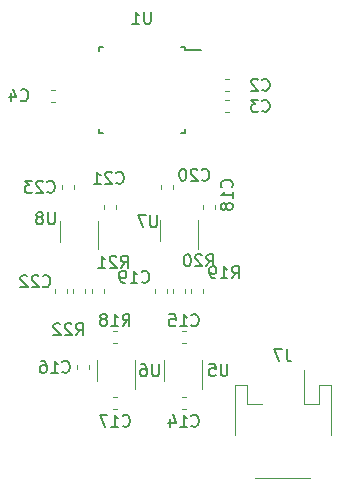
<source format=gbo>
G04 #@! TF.GenerationSoftware,KiCad,Pcbnew,(5.1.4)-1*
G04 #@! TF.CreationDate,2019-11-01T10:34:41-04:00*
G04 #@! TF.ProjectId,wiproc,77697072-6f63-42e6-9b69-6361645f7063,rev?*
G04 #@! TF.SameCoordinates,Original*
G04 #@! TF.FileFunction,Legend,Bot*
G04 #@! TF.FilePolarity,Positive*
%FSLAX46Y46*%
G04 Gerber Fmt 4.6, Leading zero omitted, Abs format (unit mm)*
G04 Created by KiCad (PCBNEW (5.1.4)-1) date 2019-11-01 10:34:41*
%MOMM*%
%LPD*%
G04 APERTURE LIST*
%ADD10C,0.150000*%
%ADD11C,0.120000*%
G04 APERTURE END LIST*
D10*
X140785000Y-74832000D02*
X142210000Y-74832000D01*
X133535000Y-74607000D02*
X133860000Y-74607000D01*
X133535000Y-81857000D02*
X133860000Y-81857000D01*
X140785000Y-81857000D02*
X140460000Y-81857000D01*
X140785000Y-74607000D02*
X140460000Y-74607000D01*
X140785000Y-81857000D02*
X140785000Y-81532000D01*
X133535000Y-81857000D02*
X133535000Y-81532000D01*
X133535000Y-74607000D02*
X133535000Y-74932000D01*
X140785000Y-74607000D02*
X140785000Y-74832000D01*
D11*
X133474100Y-89295400D02*
X133474100Y-91745400D01*
X130254100Y-91095400D02*
X130254100Y-89295400D01*
X130401600Y-86658267D02*
X130401600Y-86315733D01*
X131421600Y-86658267D02*
X131421600Y-86315733D01*
X130837400Y-95078733D02*
X130837400Y-95421267D01*
X129817400Y-95078733D02*
X129817400Y-95421267D01*
X141349000Y-95421267D02*
X141349000Y-95078733D01*
X142369000Y-95421267D02*
X142369000Y-95078733D01*
X132374100Y-95078733D02*
X132374100Y-95421267D01*
X131354100Y-95078733D02*
X131354100Y-95421267D01*
X133983000Y-88309267D02*
X133983000Y-87966733D01*
X135003000Y-88309267D02*
X135003000Y-87966733D01*
X151438000Y-111063000D02*
X146758000Y-111063000D01*
X146058000Y-104843000D02*
X147338000Y-104843000D01*
X146058000Y-103243000D02*
X146058000Y-104843000D01*
X145038000Y-103243000D02*
X146058000Y-103243000D01*
X145038000Y-107493000D02*
X145038000Y-103243000D01*
X150858000Y-104843000D02*
X150858000Y-101953000D01*
X152138000Y-104843000D02*
X150858000Y-104843000D01*
X152138000Y-103243000D02*
X152138000Y-104843000D01*
X153158000Y-103243000D02*
X152138000Y-103243000D01*
X153158000Y-107493000D02*
X153158000Y-103243000D01*
X141906900Y-89270000D02*
X141906900Y-91720000D01*
X138686900Y-91070000D02*
X138686900Y-89270000D01*
X136550000Y-101124000D02*
X136550000Y-103574000D01*
X133330000Y-102924000D02*
X133330000Y-101124000D01*
X142260000Y-101081000D02*
X142260000Y-103531000D01*
X139040000Y-102881000D02*
X139040000Y-101081000D01*
X132967000Y-95421267D02*
X132967000Y-95078733D01*
X133987000Y-95421267D02*
X133987000Y-95078733D01*
X140845000Y-95078733D02*
X140845000Y-95421267D01*
X139825000Y-95078733D02*
X139825000Y-95421267D01*
X135059267Y-99697000D02*
X134716733Y-99697000D01*
X135059267Y-98677000D02*
X134716733Y-98677000D01*
X138809000Y-86658267D02*
X138809000Y-86315733D01*
X139829000Y-86658267D02*
X139829000Y-86315733D01*
X139282900Y-95078733D02*
X139282900Y-95421267D01*
X138262900Y-95078733D02*
X138262900Y-95421267D01*
X142365000Y-88309267D02*
X142365000Y-87966733D01*
X143385000Y-88309267D02*
X143385000Y-87966733D01*
X134716733Y-104265000D02*
X135059267Y-104265000D01*
X134716733Y-105285000D02*
X135059267Y-105285000D01*
X132717000Y-101541733D02*
X132717000Y-101884267D01*
X131697000Y-101541733D02*
X131697000Y-101884267D01*
X140901267Y-99697000D02*
X140558733Y-99697000D01*
X140901267Y-98677000D02*
X140558733Y-98677000D01*
X140901267Y-105285000D02*
X140558733Y-105285000D01*
X140901267Y-104265000D02*
X140558733Y-104265000D01*
X129838267Y-79250000D02*
X129495733Y-79250000D01*
X129838267Y-78230000D02*
X129495733Y-78230000D01*
X144227733Y-79119000D02*
X144570267Y-79119000D01*
X144227733Y-80139000D02*
X144570267Y-80139000D01*
X144227733Y-77341000D02*
X144570267Y-77341000D01*
X144227733Y-78361000D02*
X144570267Y-78361000D01*
D10*
X137921904Y-71634380D02*
X137921904Y-72443904D01*
X137874285Y-72539142D01*
X137826666Y-72586761D01*
X137731428Y-72634380D01*
X137540952Y-72634380D01*
X137445714Y-72586761D01*
X137398095Y-72539142D01*
X137350476Y-72443904D01*
X137350476Y-71634380D01*
X136350476Y-72634380D02*
X136921904Y-72634380D01*
X136636190Y-72634380D02*
X136636190Y-71634380D01*
X136731428Y-71777238D01*
X136826666Y-71872476D01*
X136921904Y-71920095D01*
X129793904Y-88606380D02*
X129793904Y-89415904D01*
X129746285Y-89511142D01*
X129698666Y-89558761D01*
X129603428Y-89606380D01*
X129412952Y-89606380D01*
X129317714Y-89558761D01*
X129270095Y-89511142D01*
X129222476Y-89415904D01*
X129222476Y-88606380D01*
X128603428Y-89034952D02*
X128698666Y-88987333D01*
X128746285Y-88939714D01*
X128793904Y-88844476D01*
X128793904Y-88796857D01*
X128746285Y-88701619D01*
X128698666Y-88654000D01*
X128603428Y-88606380D01*
X128412952Y-88606380D01*
X128317714Y-88654000D01*
X128270095Y-88701619D01*
X128222476Y-88796857D01*
X128222476Y-88844476D01*
X128270095Y-88939714D01*
X128317714Y-88987333D01*
X128412952Y-89034952D01*
X128603428Y-89034952D01*
X128698666Y-89082571D01*
X128746285Y-89130190D01*
X128793904Y-89225428D01*
X128793904Y-89415904D01*
X128746285Y-89511142D01*
X128698666Y-89558761D01*
X128603428Y-89606380D01*
X128412952Y-89606380D01*
X128317714Y-89558761D01*
X128270095Y-89511142D01*
X128222476Y-89415904D01*
X128222476Y-89225428D01*
X128270095Y-89130190D01*
X128317714Y-89082571D01*
X128412952Y-89034952D01*
X129166857Y-86844142D02*
X129214476Y-86891761D01*
X129357333Y-86939380D01*
X129452571Y-86939380D01*
X129595428Y-86891761D01*
X129690666Y-86796523D01*
X129738285Y-86701285D01*
X129785904Y-86510809D01*
X129785904Y-86367952D01*
X129738285Y-86177476D01*
X129690666Y-86082238D01*
X129595428Y-85987000D01*
X129452571Y-85939380D01*
X129357333Y-85939380D01*
X129214476Y-85987000D01*
X129166857Y-86034619D01*
X128785904Y-86034619D02*
X128738285Y-85987000D01*
X128643047Y-85939380D01*
X128404952Y-85939380D01*
X128309714Y-85987000D01*
X128262095Y-86034619D01*
X128214476Y-86129857D01*
X128214476Y-86225095D01*
X128262095Y-86367952D01*
X128833523Y-86939380D01*
X128214476Y-86939380D01*
X127881142Y-85939380D02*
X127262095Y-85939380D01*
X127595428Y-86320333D01*
X127452571Y-86320333D01*
X127357333Y-86367952D01*
X127309714Y-86415571D01*
X127262095Y-86510809D01*
X127262095Y-86748904D01*
X127309714Y-86844142D01*
X127357333Y-86891761D01*
X127452571Y-86939380D01*
X127738285Y-86939380D01*
X127833523Y-86891761D01*
X127881142Y-86844142D01*
X128785857Y-94845142D02*
X128833476Y-94892761D01*
X128976333Y-94940380D01*
X129071571Y-94940380D01*
X129214428Y-94892761D01*
X129309666Y-94797523D01*
X129357285Y-94702285D01*
X129404904Y-94511809D01*
X129404904Y-94368952D01*
X129357285Y-94178476D01*
X129309666Y-94083238D01*
X129214428Y-93988000D01*
X129071571Y-93940380D01*
X128976333Y-93940380D01*
X128833476Y-93988000D01*
X128785857Y-94035619D01*
X128404904Y-94035619D02*
X128357285Y-93988000D01*
X128262047Y-93940380D01*
X128023952Y-93940380D01*
X127928714Y-93988000D01*
X127881095Y-94035619D01*
X127833476Y-94130857D01*
X127833476Y-94226095D01*
X127881095Y-94368952D01*
X128452523Y-94940380D01*
X127833476Y-94940380D01*
X127452523Y-94035619D02*
X127404904Y-93988000D01*
X127309666Y-93940380D01*
X127071571Y-93940380D01*
X126976333Y-93988000D01*
X126928714Y-94035619D01*
X126881095Y-94130857D01*
X126881095Y-94226095D01*
X126928714Y-94368952D01*
X127500142Y-94940380D01*
X126881095Y-94940380D01*
X144787857Y-94178380D02*
X145121190Y-93702190D01*
X145359285Y-94178380D02*
X145359285Y-93178380D01*
X144978333Y-93178380D01*
X144883095Y-93226000D01*
X144835476Y-93273619D01*
X144787857Y-93368857D01*
X144787857Y-93511714D01*
X144835476Y-93606952D01*
X144883095Y-93654571D01*
X144978333Y-93702190D01*
X145359285Y-93702190D01*
X143835476Y-94178380D02*
X144406904Y-94178380D01*
X144121190Y-94178380D02*
X144121190Y-93178380D01*
X144216428Y-93321238D01*
X144311666Y-93416476D01*
X144406904Y-93464095D01*
X143359285Y-94178380D02*
X143168809Y-94178380D01*
X143073571Y-94130761D01*
X143025952Y-94083142D01*
X142930714Y-93940285D01*
X142883095Y-93749809D01*
X142883095Y-93368857D01*
X142930714Y-93273619D01*
X142978333Y-93226000D01*
X143073571Y-93178380D01*
X143264047Y-93178380D01*
X143359285Y-93226000D01*
X143406904Y-93273619D01*
X143454523Y-93368857D01*
X143454523Y-93606952D01*
X143406904Y-93702190D01*
X143359285Y-93749809D01*
X143264047Y-93797428D01*
X143073571Y-93797428D01*
X142978333Y-93749809D01*
X142930714Y-93702190D01*
X142883095Y-93606952D01*
X131579857Y-99004380D02*
X131913190Y-98528190D01*
X132151285Y-99004380D02*
X132151285Y-98004380D01*
X131770333Y-98004380D01*
X131675095Y-98052000D01*
X131627476Y-98099619D01*
X131579857Y-98194857D01*
X131579857Y-98337714D01*
X131627476Y-98432952D01*
X131675095Y-98480571D01*
X131770333Y-98528190D01*
X132151285Y-98528190D01*
X131198904Y-98099619D02*
X131151285Y-98052000D01*
X131056047Y-98004380D01*
X130817952Y-98004380D01*
X130722714Y-98052000D01*
X130675095Y-98099619D01*
X130627476Y-98194857D01*
X130627476Y-98290095D01*
X130675095Y-98432952D01*
X131246523Y-99004380D01*
X130627476Y-99004380D01*
X130246523Y-98099619D02*
X130198904Y-98052000D01*
X130103666Y-98004380D01*
X129865571Y-98004380D01*
X129770333Y-98052000D01*
X129722714Y-98099619D01*
X129675095Y-98194857D01*
X129675095Y-98290095D01*
X129722714Y-98432952D01*
X130294142Y-99004380D01*
X129675095Y-99004380D01*
X135008857Y-86082142D02*
X135056476Y-86129761D01*
X135199333Y-86177380D01*
X135294571Y-86177380D01*
X135437428Y-86129761D01*
X135532666Y-86034523D01*
X135580285Y-85939285D01*
X135627904Y-85748809D01*
X135627904Y-85605952D01*
X135580285Y-85415476D01*
X135532666Y-85320238D01*
X135437428Y-85225000D01*
X135294571Y-85177380D01*
X135199333Y-85177380D01*
X135056476Y-85225000D01*
X135008857Y-85272619D01*
X134627904Y-85272619D02*
X134580285Y-85225000D01*
X134485047Y-85177380D01*
X134246952Y-85177380D01*
X134151714Y-85225000D01*
X134104095Y-85272619D01*
X134056476Y-85367857D01*
X134056476Y-85463095D01*
X134104095Y-85605952D01*
X134675523Y-86177380D01*
X134056476Y-86177380D01*
X133104095Y-86177380D02*
X133675523Y-86177380D01*
X133389809Y-86177380D02*
X133389809Y-85177380D01*
X133485047Y-85320238D01*
X133580285Y-85415476D01*
X133675523Y-85463095D01*
X149431333Y-100205380D02*
X149431333Y-100919666D01*
X149478952Y-101062523D01*
X149574190Y-101157761D01*
X149717047Y-101205380D01*
X149812285Y-101205380D01*
X149050380Y-100205380D02*
X148383714Y-100205380D01*
X148812285Y-101205380D01*
X138429904Y-88860380D02*
X138429904Y-89669904D01*
X138382285Y-89765142D01*
X138334666Y-89812761D01*
X138239428Y-89860380D01*
X138048952Y-89860380D01*
X137953714Y-89812761D01*
X137906095Y-89765142D01*
X137858476Y-89669904D01*
X137858476Y-88860380D01*
X137477523Y-88860380D02*
X136810857Y-88860380D01*
X137239428Y-89860380D01*
X138601904Y-101476380D02*
X138601904Y-102285904D01*
X138554285Y-102381142D01*
X138506666Y-102428761D01*
X138411428Y-102476380D01*
X138220952Y-102476380D01*
X138125714Y-102428761D01*
X138078095Y-102381142D01*
X138030476Y-102285904D01*
X138030476Y-101476380D01*
X137125714Y-101476380D02*
X137316190Y-101476380D01*
X137411428Y-101524000D01*
X137459047Y-101571619D01*
X137554285Y-101714476D01*
X137601904Y-101904952D01*
X137601904Y-102285904D01*
X137554285Y-102381142D01*
X137506666Y-102428761D01*
X137411428Y-102476380D01*
X137220952Y-102476380D01*
X137125714Y-102428761D01*
X137078095Y-102381142D01*
X137030476Y-102285904D01*
X137030476Y-102047809D01*
X137078095Y-101952571D01*
X137125714Y-101904952D01*
X137220952Y-101857333D01*
X137411428Y-101857333D01*
X137506666Y-101904952D01*
X137554285Y-101952571D01*
X137601904Y-102047809D01*
X144398904Y-101433380D02*
X144398904Y-102242904D01*
X144351285Y-102338142D01*
X144303666Y-102385761D01*
X144208428Y-102433380D01*
X144017952Y-102433380D01*
X143922714Y-102385761D01*
X143875095Y-102338142D01*
X143827476Y-102242904D01*
X143827476Y-101433380D01*
X142875095Y-101433380D02*
X143351285Y-101433380D01*
X143398904Y-101909571D01*
X143351285Y-101861952D01*
X143256047Y-101814333D01*
X143017952Y-101814333D01*
X142922714Y-101861952D01*
X142875095Y-101909571D01*
X142827476Y-102004809D01*
X142827476Y-102242904D01*
X142875095Y-102338142D01*
X142922714Y-102385761D01*
X143017952Y-102433380D01*
X143256047Y-102433380D01*
X143351285Y-102385761D01*
X143398904Y-102338142D01*
X135389857Y-93289380D02*
X135723190Y-92813190D01*
X135961285Y-93289380D02*
X135961285Y-92289380D01*
X135580333Y-92289380D01*
X135485095Y-92337000D01*
X135437476Y-92384619D01*
X135389857Y-92479857D01*
X135389857Y-92622714D01*
X135437476Y-92717952D01*
X135485095Y-92765571D01*
X135580333Y-92813190D01*
X135961285Y-92813190D01*
X135008904Y-92384619D02*
X134961285Y-92337000D01*
X134866047Y-92289380D01*
X134627952Y-92289380D01*
X134532714Y-92337000D01*
X134485095Y-92384619D01*
X134437476Y-92479857D01*
X134437476Y-92575095D01*
X134485095Y-92717952D01*
X135056523Y-93289380D01*
X134437476Y-93289380D01*
X133485095Y-93289380D02*
X134056523Y-93289380D01*
X133770809Y-93289380D02*
X133770809Y-92289380D01*
X133866047Y-92432238D01*
X133961285Y-92527476D01*
X134056523Y-92575095D01*
X142628857Y-93162380D02*
X142962190Y-92686190D01*
X143200285Y-93162380D02*
X143200285Y-92162380D01*
X142819333Y-92162380D01*
X142724095Y-92210000D01*
X142676476Y-92257619D01*
X142628857Y-92352857D01*
X142628857Y-92495714D01*
X142676476Y-92590952D01*
X142724095Y-92638571D01*
X142819333Y-92686190D01*
X143200285Y-92686190D01*
X142247904Y-92257619D02*
X142200285Y-92210000D01*
X142105047Y-92162380D01*
X141866952Y-92162380D01*
X141771714Y-92210000D01*
X141724095Y-92257619D01*
X141676476Y-92352857D01*
X141676476Y-92448095D01*
X141724095Y-92590952D01*
X142295523Y-93162380D01*
X141676476Y-93162380D01*
X141057428Y-92162380D02*
X140962190Y-92162380D01*
X140866952Y-92210000D01*
X140819333Y-92257619D01*
X140771714Y-92352857D01*
X140724095Y-92543333D01*
X140724095Y-92781428D01*
X140771714Y-92971904D01*
X140819333Y-93067142D01*
X140866952Y-93114761D01*
X140962190Y-93162380D01*
X141057428Y-93162380D01*
X141152666Y-93114761D01*
X141200285Y-93067142D01*
X141247904Y-92971904D01*
X141295523Y-92781428D01*
X141295523Y-92543333D01*
X141247904Y-92352857D01*
X141200285Y-92257619D01*
X141152666Y-92210000D01*
X141057428Y-92162380D01*
X135530857Y-98209380D02*
X135864190Y-97733190D01*
X136102285Y-98209380D02*
X136102285Y-97209380D01*
X135721333Y-97209380D01*
X135626095Y-97257000D01*
X135578476Y-97304619D01*
X135530857Y-97399857D01*
X135530857Y-97542714D01*
X135578476Y-97637952D01*
X135626095Y-97685571D01*
X135721333Y-97733190D01*
X136102285Y-97733190D01*
X134578476Y-98209380D02*
X135149904Y-98209380D01*
X134864190Y-98209380D02*
X134864190Y-97209380D01*
X134959428Y-97352238D01*
X135054666Y-97447476D01*
X135149904Y-97495095D01*
X134007047Y-97637952D02*
X134102285Y-97590333D01*
X134149904Y-97542714D01*
X134197523Y-97447476D01*
X134197523Y-97399857D01*
X134149904Y-97304619D01*
X134102285Y-97257000D01*
X134007047Y-97209380D01*
X133816571Y-97209380D01*
X133721333Y-97257000D01*
X133673714Y-97304619D01*
X133626095Y-97399857D01*
X133626095Y-97447476D01*
X133673714Y-97542714D01*
X133721333Y-97590333D01*
X133816571Y-97637952D01*
X134007047Y-97637952D01*
X134102285Y-97685571D01*
X134149904Y-97733190D01*
X134197523Y-97828428D01*
X134197523Y-98018904D01*
X134149904Y-98114142D01*
X134102285Y-98161761D01*
X134007047Y-98209380D01*
X133816571Y-98209380D01*
X133721333Y-98161761D01*
X133673714Y-98114142D01*
X133626095Y-98018904D01*
X133626095Y-97828428D01*
X133673714Y-97733190D01*
X133721333Y-97685571D01*
X133816571Y-97637952D01*
X142247857Y-85828142D02*
X142295476Y-85875761D01*
X142438333Y-85923380D01*
X142533571Y-85923380D01*
X142676428Y-85875761D01*
X142771666Y-85780523D01*
X142819285Y-85685285D01*
X142866904Y-85494809D01*
X142866904Y-85351952D01*
X142819285Y-85161476D01*
X142771666Y-85066238D01*
X142676428Y-84971000D01*
X142533571Y-84923380D01*
X142438333Y-84923380D01*
X142295476Y-84971000D01*
X142247857Y-85018619D01*
X141866904Y-85018619D02*
X141819285Y-84971000D01*
X141724047Y-84923380D01*
X141485952Y-84923380D01*
X141390714Y-84971000D01*
X141343095Y-85018619D01*
X141295476Y-85113857D01*
X141295476Y-85209095D01*
X141343095Y-85351952D01*
X141914523Y-85923380D01*
X141295476Y-85923380D01*
X140676428Y-84923380D02*
X140581190Y-84923380D01*
X140485952Y-84971000D01*
X140438333Y-85018619D01*
X140390714Y-85113857D01*
X140343095Y-85304333D01*
X140343095Y-85542428D01*
X140390714Y-85732904D01*
X140438333Y-85828142D01*
X140485952Y-85875761D01*
X140581190Y-85923380D01*
X140676428Y-85923380D01*
X140771666Y-85875761D01*
X140819285Y-85828142D01*
X140866904Y-85732904D01*
X140914523Y-85542428D01*
X140914523Y-85304333D01*
X140866904Y-85113857D01*
X140819285Y-85018619D01*
X140771666Y-84971000D01*
X140676428Y-84923380D01*
X137167857Y-94464142D02*
X137215476Y-94511761D01*
X137358333Y-94559380D01*
X137453571Y-94559380D01*
X137596428Y-94511761D01*
X137691666Y-94416523D01*
X137739285Y-94321285D01*
X137786904Y-94130809D01*
X137786904Y-93987952D01*
X137739285Y-93797476D01*
X137691666Y-93702238D01*
X137596428Y-93607000D01*
X137453571Y-93559380D01*
X137358333Y-93559380D01*
X137215476Y-93607000D01*
X137167857Y-93654619D01*
X136215476Y-94559380D02*
X136786904Y-94559380D01*
X136501190Y-94559380D02*
X136501190Y-93559380D01*
X136596428Y-93702238D01*
X136691666Y-93797476D01*
X136786904Y-93845095D01*
X135739285Y-94559380D02*
X135548809Y-94559380D01*
X135453571Y-94511761D01*
X135405952Y-94464142D01*
X135310714Y-94321285D01*
X135263095Y-94130809D01*
X135263095Y-93749857D01*
X135310714Y-93654619D01*
X135358333Y-93607000D01*
X135453571Y-93559380D01*
X135644047Y-93559380D01*
X135739285Y-93607000D01*
X135786904Y-93654619D01*
X135834523Y-93749857D01*
X135834523Y-93987952D01*
X135786904Y-94083190D01*
X135739285Y-94130809D01*
X135644047Y-94178428D01*
X135453571Y-94178428D01*
X135358333Y-94130809D01*
X135310714Y-94083190D01*
X135263095Y-93987952D01*
X144756142Y-86479142D02*
X144803761Y-86431523D01*
X144851380Y-86288666D01*
X144851380Y-86193428D01*
X144803761Y-86050571D01*
X144708523Y-85955333D01*
X144613285Y-85907714D01*
X144422809Y-85860095D01*
X144279952Y-85860095D01*
X144089476Y-85907714D01*
X143994238Y-85955333D01*
X143899000Y-86050571D01*
X143851380Y-86193428D01*
X143851380Y-86288666D01*
X143899000Y-86431523D01*
X143946619Y-86479142D01*
X144851380Y-87431523D02*
X144851380Y-86860095D01*
X144851380Y-87145809D02*
X143851380Y-87145809D01*
X143994238Y-87050571D01*
X144089476Y-86955333D01*
X144137095Y-86860095D01*
X144279952Y-88002952D02*
X144232333Y-87907714D01*
X144184714Y-87860095D01*
X144089476Y-87812476D01*
X144041857Y-87812476D01*
X143946619Y-87860095D01*
X143899000Y-87907714D01*
X143851380Y-88002952D01*
X143851380Y-88193428D01*
X143899000Y-88288666D01*
X143946619Y-88336285D01*
X144041857Y-88383904D01*
X144089476Y-88383904D01*
X144184714Y-88336285D01*
X144232333Y-88288666D01*
X144279952Y-88193428D01*
X144279952Y-88002952D01*
X144327571Y-87907714D01*
X144375190Y-87860095D01*
X144470428Y-87812476D01*
X144660904Y-87812476D01*
X144756142Y-87860095D01*
X144803761Y-87907714D01*
X144851380Y-88002952D01*
X144851380Y-88193428D01*
X144803761Y-88288666D01*
X144756142Y-88336285D01*
X144660904Y-88383904D01*
X144470428Y-88383904D01*
X144375190Y-88336285D01*
X144327571Y-88288666D01*
X144279952Y-88193428D01*
X135530857Y-106656142D02*
X135578476Y-106703761D01*
X135721333Y-106751380D01*
X135816571Y-106751380D01*
X135959428Y-106703761D01*
X136054666Y-106608523D01*
X136102285Y-106513285D01*
X136149904Y-106322809D01*
X136149904Y-106179952D01*
X136102285Y-105989476D01*
X136054666Y-105894238D01*
X135959428Y-105799000D01*
X135816571Y-105751380D01*
X135721333Y-105751380D01*
X135578476Y-105799000D01*
X135530857Y-105846619D01*
X134578476Y-106751380D02*
X135149904Y-106751380D01*
X134864190Y-106751380D02*
X134864190Y-105751380D01*
X134959428Y-105894238D01*
X135054666Y-105989476D01*
X135149904Y-106037095D01*
X134245142Y-105751380D02*
X133578476Y-105751380D01*
X134007047Y-106751380D01*
X130436857Y-102084142D02*
X130484476Y-102131761D01*
X130627333Y-102179380D01*
X130722571Y-102179380D01*
X130865428Y-102131761D01*
X130960666Y-102036523D01*
X131008285Y-101941285D01*
X131055904Y-101750809D01*
X131055904Y-101607952D01*
X131008285Y-101417476D01*
X130960666Y-101322238D01*
X130865428Y-101227000D01*
X130722571Y-101179380D01*
X130627333Y-101179380D01*
X130484476Y-101227000D01*
X130436857Y-101274619D01*
X129484476Y-102179380D02*
X130055904Y-102179380D01*
X129770190Y-102179380D02*
X129770190Y-101179380D01*
X129865428Y-101322238D01*
X129960666Y-101417476D01*
X130055904Y-101465095D01*
X128627333Y-101179380D02*
X128817809Y-101179380D01*
X128913047Y-101227000D01*
X128960666Y-101274619D01*
X129055904Y-101417476D01*
X129103523Y-101607952D01*
X129103523Y-101988904D01*
X129055904Y-102084142D01*
X129008285Y-102131761D01*
X128913047Y-102179380D01*
X128722571Y-102179380D01*
X128627333Y-102131761D01*
X128579714Y-102084142D01*
X128532095Y-101988904D01*
X128532095Y-101750809D01*
X128579714Y-101655571D01*
X128627333Y-101607952D01*
X128722571Y-101560333D01*
X128913047Y-101560333D01*
X129008285Y-101607952D01*
X129055904Y-101655571D01*
X129103523Y-101750809D01*
X141358857Y-98147142D02*
X141406476Y-98194761D01*
X141549333Y-98242380D01*
X141644571Y-98242380D01*
X141787428Y-98194761D01*
X141882666Y-98099523D01*
X141930285Y-98004285D01*
X141977904Y-97813809D01*
X141977904Y-97670952D01*
X141930285Y-97480476D01*
X141882666Y-97385238D01*
X141787428Y-97290000D01*
X141644571Y-97242380D01*
X141549333Y-97242380D01*
X141406476Y-97290000D01*
X141358857Y-97337619D01*
X140406476Y-98242380D02*
X140977904Y-98242380D01*
X140692190Y-98242380D02*
X140692190Y-97242380D01*
X140787428Y-97385238D01*
X140882666Y-97480476D01*
X140977904Y-97528095D01*
X139501714Y-97242380D02*
X139977904Y-97242380D01*
X140025523Y-97718571D01*
X139977904Y-97670952D01*
X139882666Y-97623333D01*
X139644571Y-97623333D01*
X139549333Y-97670952D01*
X139501714Y-97718571D01*
X139454095Y-97813809D01*
X139454095Y-98051904D01*
X139501714Y-98147142D01*
X139549333Y-98194761D01*
X139644571Y-98242380D01*
X139882666Y-98242380D01*
X139977904Y-98194761D01*
X140025523Y-98147142D01*
X141358857Y-106656142D02*
X141406476Y-106703761D01*
X141549333Y-106751380D01*
X141644571Y-106751380D01*
X141787428Y-106703761D01*
X141882666Y-106608523D01*
X141930285Y-106513285D01*
X141977904Y-106322809D01*
X141977904Y-106179952D01*
X141930285Y-105989476D01*
X141882666Y-105894238D01*
X141787428Y-105799000D01*
X141644571Y-105751380D01*
X141549333Y-105751380D01*
X141406476Y-105799000D01*
X141358857Y-105846619D01*
X140406476Y-106751380D02*
X140977904Y-106751380D01*
X140692190Y-106751380D02*
X140692190Y-105751380D01*
X140787428Y-105894238D01*
X140882666Y-105989476D01*
X140977904Y-106037095D01*
X139549333Y-106084714D02*
X139549333Y-106751380D01*
X139787428Y-105703761D02*
X140025523Y-106418047D01*
X139406476Y-106418047D01*
X126912666Y-79097142D02*
X126960285Y-79144761D01*
X127103142Y-79192380D01*
X127198380Y-79192380D01*
X127341238Y-79144761D01*
X127436476Y-79049523D01*
X127484095Y-78954285D01*
X127531714Y-78763809D01*
X127531714Y-78620952D01*
X127484095Y-78430476D01*
X127436476Y-78335238D01*
X127341238Y-78240000D01*
X127198380Y-78192380D01*
X127103142Y-78192380D01*
X126960285Y-78240000D01*
X126912666Y-78287619D01*
X126055523Y-78525714D02*
X126055523Y-79192380D01*
X126293619Y-78144761D02*
X126531714Y-78859047D01*
X125912666Y-78859047D01*
X147359666Y-79986142D02*
X147407285Y-80033761D01*
X147550142Y-80081380D01*
X147645380Y-80081380D01*
X147788238Y-80033761D01*
X147883476Y-79938523D01*
X147931095Y-79843285D01*
X147978714Y-79652809D01*
X147978714Y-79509952D01*
X147931095Y-79319476D01*
X147883476Y-79224238D01*
X147788238Y-79129000D01*
X147645380Y-79081380D01*
X147550142Y-79081380D01*
X147407285Y-79129000D01*
X147359666Y-79176619D01*
X147026333Y-79081380D02*
X146407285Y-79081380D01*
X146740619Y-79462333D01*
X146597761Y-79462333D01*
X146502523Y-79509952D01*
X146454904Y-79557571D01*
X146407285Y-79652809D01*
X146407285Y-79890904D01*
X146454904Y-79986142D01*
X146502523Y-80033761D01*
X146597761Y-80081380D01*
X146883476Y-80081380D01*
X146978714Y-80033761D01*
X147026333Y-79986142D01*
X147359666Y-78208142D02*
X147407285Y-78255761D01*
X147550142Y-78303380D01*
X147645380Y-78303380D01*
X147788238Y-78255761D01*
X147883476Y-78160523D01*
X147931095Y-78065285D01*
X147978714Y-77874809D01*
X147978714Y-77731952D01*
X147931095Y-77541476D01*
X147883476Y-77446238D01*
X147788238Y-77351000D01*
X147645380Y-77303380D01*
X147550142Y-77303380D01*
X147407285Y-77351000D01*
X147359666Y-77398619D01*
X146978714Y-77398619D02*
X146931095Y-77351000D01*
X146835857Y-77303380D01*
X146597761Y-77303380D01*
X146502523Y-77351000D01*
X146454904Y-77398619D01*
X146407285Y-77493857D01*
X146407285Y-77589095D01*
X146454904Y-77731952D01*
X147026333Y-78303380D01*
X146407285Y-78303380D01*
M02*

</source>
